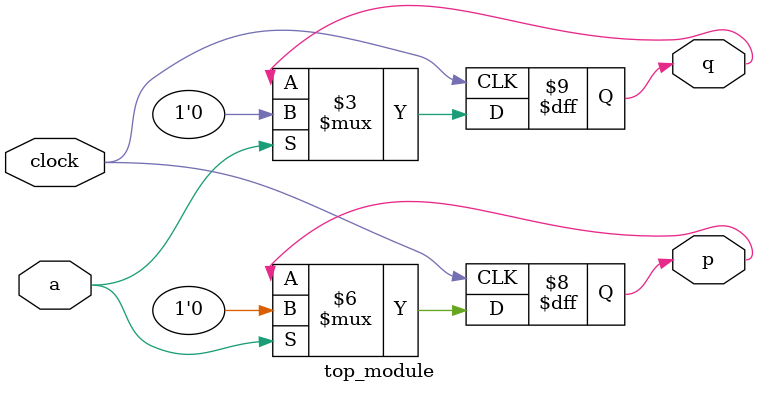
<source format=sv>
module top_module (
	input wire clock,
	input wire a, 
	output reg p,
	output reg q
);
	
	always @(posedge clock) begin
		if (a) begin
			p <= 1'b0;
			q <= 1'b0;
		end else begin
			p <= p;
			q <= q;
		end
	end
	
endmodule

</source>
